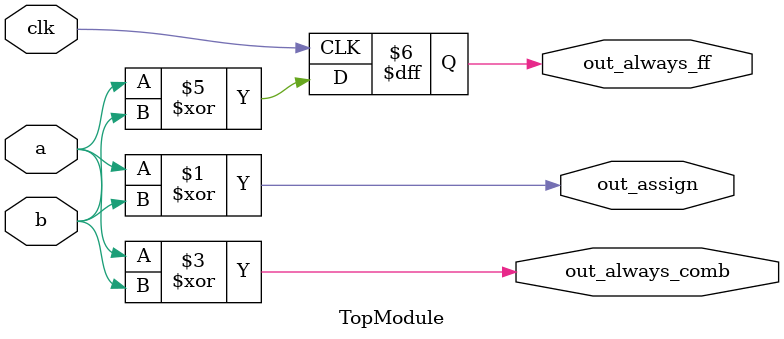
<source format=v>
module TopModule(input clk, input a, input b,
                 output out_assign, output reg out_always_comb, output reg out_always_ff);

  // Using assign statement
  assign out_assign = a ^ b;

  // Using combinational always block
  always @(*) begin
    out_always_comb = a ^ b;
  end

  // Using clocked always block
  always @(posedge clk) begin
    out_always_ff <= a ^ b;
  end

endmodule

</source>
